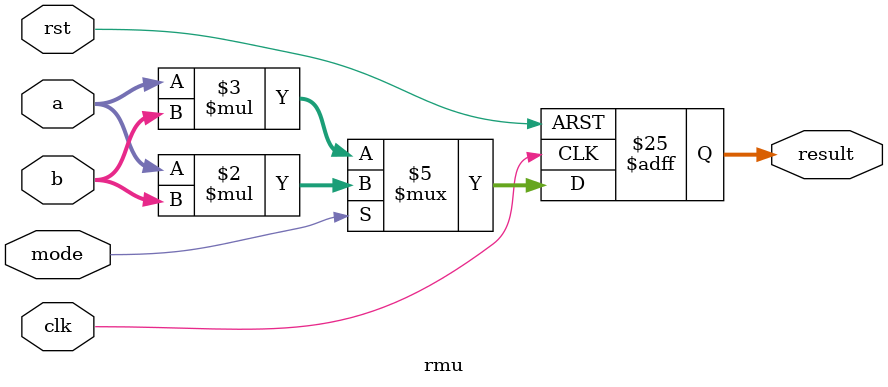
<source format=v>
`timescale 1ns / 1ps
module rmu #(parameter WIDTH = 8) (
    input wire clk,
    input wire rst,
    input wire [WIDTH-1:0] a,
    input wire [WIDTH-1:0] b,
    input wire mode, // 0: Unsigned Multiplication, 1: Signed Multiplication
    output reg [2*WIDTH-1:0] result
);

    reg signed [WIDTH-1:0] signed_a, signed_b;
    reg [WIDTH-1:0] unsigned_a, unsigned_b;
    reg signed [2*WIDTH-1:0] signed_result;
    reg [2*WIDTH-1:0] unsigned_result;
    
    always @(posedge clk or posedge rst) begin
        if (rst) begin
            result <= 0;
        end else begin
            if (mode) begin // Signed Multiplication
                signed_a = a;
                signed_b = b;
                signed_result = signed_a * signed_b;
                result = signed_result;
            end else begin // Unsigned Multiplication
                unsigned_a = a;
                unsigned_b = b;
                unsigned_result = unsigned_a * unsigned_b;
                result = unsigned_result;
            end
        end
    end

endmodule


</source>
